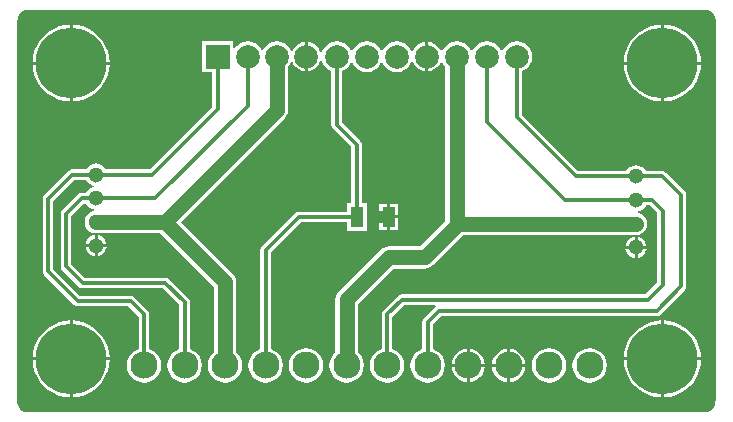
<source format=gtl>
G04 Layer_Physical_Order=1*
G04 Layer_Color=255*
%FSLAX25Y25*%
%MOIN*%
G70*
G01*
G75*
%ADD10R,0.04331X0.06693*%
%ADD11C,0.05118*%
%ADD12C,0.01181*%
%ADD13C,0.03937*%
%ADD14C,0.02362*%
%ADD15C,0.23622*%
%ADD16C,0.05118*%
%ADD17C,0.09055*%
%ADD18C,0.07874*%
%ADD19R,0.07874X0.07874*%
%ADD20C,0.03543*%
G36*
X231532Y135954D02*
X232016Y135890D01*
X232826Y135555D01*
X233521Y135021D01*
X234055Y134326D01*
X234390Y133517D01*
X234489Y132766D01*
Y5894D01*
X234457Y5535D01*
X234444Y5468D01*
X234447Y5416D01*
X234409Y4936D01*
X234345Y4451D01*
X234010Y3641D01*
X233476Y2946D01*
X232781Y2413D01*
X231972Y2077D01*
X231468Y2011D01*
X5029D01*
X4279Y2110D01*
X3469Y2445D01*
X2774Y2979D01*
X2241Y3674D01*
X1905Y4484D01*
X1806Y5234D01*
Y132056D01*
X1806Y132500D01*
X1804Y132552D01*
X1841Y133032D01*
X1905Y133516D01*
X2241Y134326D01*
X2774Y135021D01*
X3469Y135555D01*
X4279Y135890D01*
X5030Y135989D01*
X230556Y135989D01*
X231000Y135989D01*
X231052Y135992D01*
X231532Y135954D01*
D02*
G37*
%LPC*%
G36*
X88205Y125634D02*
X86869Y125458D01*
X85624Y124943D01*
X84555Y124122D01*
X83735Y123053D01*
X83613Y122759D01*
X83113D01*
X82991Y123053D01*
X82171Y124122D01*
X81101Y124943D01*
X79856Y125458D01*
X78520Y125634D01*
X77184Y125458D01*
X75939Y124943D01*
X74870Y124122D01*
X74138Y123169D01*
X73638Y123303D01*
Y125590D01*
X63402D01*
Y115354D01*
X66714D01*
Y103769D01*
X45865Y82919D01*
X31309D01*
X31276Y82999D01*
X30677Y83780D01*
X29895Y84380D01*
X28986Y84757D01*
X28009Y84885D01*
X27033Y84757D01*
X26123Y84380D01*
X25342Y83780D01*
X24742Y82999D01*
X24709Y82919D01*
X20113D01*
X19422Y82782D01*
X18836Y82390D01*
X10723Y74277D01*
X10331Y73691D01*
X10194Y73000D01*
Y49000D01*
X10331Y48309D01*
X10723Y47723D01*
X20723Y37723D01*
X21309Y37331D01*
X22000Y37194D01*
X38752D01*
X42194Y33752D01*
Y22931D01*
X41121Y22487D01*
X39928Y21572D01*
X39013Y20379D01*
X38438Y18990D01*
X38242Y17500D01*
X38438Y16010D01*
X39013Y14621D01*
X39928Y13429D01*
X41121Y12514D01*
X42510Y11938D01*
X44000Y11742D01*
X45490Y11938D01*
X46879Y12514D01*
X48072Y13429D01*
X48987Y14621D01*
X49562Y16010D01*
X49758Y17500D01*
X49562Y18990D01*
X48987Y20379D01*
X48072Y21572D01*
X46879Y22487D01*
X45806Y22931D01*
Y34500D01*
X45669Y35191D01*
X45277Y35777D01*
X40777Y40277D01*
X40191Y40669D01*
X39500Y40806D01*
X22748D01*
X13806Y49748D01*
Y72252D01*
X20861Y79307D01*
X24709D01*
X24742Y79227D01*
X25342Y78445D01*
X26123Y77846D01*
X27033Y77469D01*
X27344Y77428D01*
Y76924D01*
X27033Y76883D01*
X26123Y76506D01*
X25342Y75906D01*
X24742Y75125D01*
X24709Y75045D01*
X23239D01*
X22548Y74908D01*
X21961Y74516D01*
X16723Y69277D01*
X16331Y68691D01*
X16194Y68000D01*
Y50500D01*
X16331Y49809D01*
X16723Y49223D01*
X22223Y43723D01*
X22809Y43331D01*
X23500Y43194D01*
X50252D01*
X55694Y37752D01*
Y22931D01*
X54621Y22487D01*
X53429Y21572D01*
X52513Y20379D01*
X51938Y18990D01*
X51742Y17500D01*
X51938Y16010D01*
X52513Y14621D01*
X53429Y13429D01*
X54621Y12514D01*
X56010Y11938D01*
X57500Y11742D01*
X58990Y11938D01*
X60379Y12514D01*
X61572Y13429D01*
X62486Y14621D01*
X63062Y16010D01*
X63258Y17500D01*
X63062Y18990D01*
X62486Y20379D01*
X61572Y21572D01*
X60379Y22487D01*
X59306Y22931D01*
Y38500D01*
X59169Y39191D01*
X58777Y39777D01*
X52277Y46277D01*
X51691Y46669D01*
X51000Y46806D01*
X24248D01*
X19806Y51248D01*
Y67252D01*
X23987Y71433D01*
X24709D01*
X24742Y71353D01*
X25342Y70571D01*
X26123Y69972D01*
X27033Y69595D01*
X27344Y69554D01*
Y69050D01*
X27033Y69009D01*
X26123Y68632D01*
X25342Y68032D01*
X24742Y67251D01*
X24365Y66341D01*
X24237Y65365D01*
X24365Y64388D01*
X24742Y63479D01*
X25342Y62697D01*
X26123Y62098D01*
X27033Y61721D01*
X28009Y61592D01*
X49437D01*
X67228Y43802D01*
Y21801D01*
X66928Y21572D01*
X66013Y20379D01*
X65438Y18990D01*
X65242Y17500D01*
X65438Y16010D01*
X66013Y14621D01*
X66928Y13429D01*
X68121Y12514D01*
X69510Y11938D01*
X71000Y11742D01*
X72490Y11938D01*
X73879Y12514D01*
X75072Y13429D01*
X75986Y14621D01*
X76562Y16010D01*
X76758Y17500D01*
X76562Y18990D01*
X75986Y20379D01*
X75072Y21572D01*
X74772Y21801D01*
Y45365D01*
X74644Y46341D01*
X74267Y47251D01*
X73668Y48032D01*
X56335Y65365D01*
X90873Y99903D01*
X91472Y100684D01*
X91849Y101594D01*
X91978Y102570D01*
Y116981D01*
X92676Y117891D01*
X92954Y118562D01*
X93495D01*
X93735Y117982D01*
X94527Y116951D01*
X95558Y116159D01*
X96759Y115662D01*
X97548Y115558D01*
Y120472D01*
Y125386D01*
X96759Y125282D01*
X95558Y124785D01*
X94527Y123993D01*
X93735Y122962D01*
X93495Y122382D01*
X92954D01*
X92676Y123053D01*
X91856Y124122D01*
X90786Y124943D01*
X89541Y125458D01*
X88205Y125634D01*
D02*
G37*
G36*
X168205D02*
X166869Y125458D01*
X165624Y124943D01*
X164555Y124122D01*
X163735Y123053D01*
X163476Y122429D01*
X162935D01*
X162676Y123053D01*
X161856Y124122D01*
X160786Y124943D01*
X159541Y125458D01*
X158205Y125634D01*
X156869Y125458D01*
X155624Y124943D01*
X154555Y124122D01*
X153735Y123053D01*
X153476Y122429D01*
X152935D01*
X152676Y123053D01*
X151856Y124122D01*
X150786Y124943D01*
X149541Y125458D01*
X148205Y125634D01*
X146869Y125458D01*
X145624Y124943D01*
X144555Y124122D01*
X143735Y123053D01*
X143378Y122192D01*
X142837D01*
X142518Y122962D01*
X141727Y123993D01*
X140695Y124785D01*
X139494Y125282D01*
X138705Y125386D01*
Y120472D01*
Y115558D01*
X139494Y115662D01*
X140695Y116159D01*
X141727Y116951D01*
X142518Y117982D01*
X142837Y118752D01*
X143378D01*
X143735Y117891D01*
X144433Y116981D01*
Y65768D01*
X135937Y57272D01*
X125500D01*
X124524Y57144D01*
X123614Y56767D01*
X122833Y56168D01*
X108833Y42167D01*
X108233Y41386D01*
X107856Y40476D01*
X107728Y39500D01*
Y21801D01*
X107429Y21572D01*
X106514Y20379D01*
X105938Y18990D01*
X105742Y17500D01*
X105938Y16010D01*
X106514Y14621D01*
X107429Y13429D01*
X108621Y12514D01*
X110010Y11938D01*
X111500Y11742D01*
X112990Y11938D01*
X114379Y12514D01*
X115571Y13429D01*
X116487Y14621D01*
X117062Y16010D01*
X117258Y17500D01*
X117062Y18990D01*
X116487Y20379D01*
X115571Y21572D01*
X115272Y21801D01*
Y37937D01*
X127063Y49728D01*
X137500D01*
X138476Y49856D01*
X139386Y50233D01*
X140167Y50832D01*
X150324Y60989D01*
X207991D01*
X208967Y61117D01*
X209877Y61494D01*
X210658Y62094D01*
X211258Y62875D01*
X211635Y63785D01*
X211763Y64761D01*
X211635Y65737D01*
X211258Y66647D01*
X210658Y67429D01*
X209877Y68028D01*
X208967Y68405D01*
X208656Y68446D01*
Y68950D01*
X208967Y68991D01*
X209877Y69368D01*
X210658Y69968D01*
X211258Y70749D01*
X211291Y70829D01*
X212587D01*
X215150Y68266D01*
Y45226D01*
X211205Y41280D01*
X129974D01*
X129282Y41142D01*
X128696Y40751D01*
X123723Y35777D01*
X123331Y35191D01*
X123194Y34500D01*
Y22931D01*
X122121Y22487D01*
X120929Y21572D01*
X120013Y20379D01*
X119438Y18990D01*
X119242Y17500D01*
X119438Y16010D01*
X120013Y14621D01*
X120929Y13429D01*
X122121Y12514D01*
X123510Y11938D01*
X125000Y11742D01*
X126490Y11938D01*
X127879Y12514D01*
X129071Y13429D01*
X129987Y14621D01*
X130562Y16010D01*
X130758Y17500D01*
X130562Y18990D01*
X129987Y20379D01*
X129071Y21572D01*
X127879Y22487D01*
X126806Y22931D01*
Y33752D01*
X130722Y37667D01*
X141025D01*
X141177Y37167D01*
X140984Y37038D01*
X137223Y33277D01*
X136831Y32691D01*
X136694Y32000D01*
Y22931D01*
X135621Y22487D01*
X134429Y21572D01*
X133513Y20379D01*
X132938Y18990D01*
X132742Y17500D01*
X132938Y16010D01*
X133513Y14621D01*
X134429Y13429D01*
X135621Y12514D01*
X137010Y11938D01*
X138500Y11742D01*
X139990Y11938D01*
X141379Y12514D01*
X142571Y13429D01*
X143486Y14621D01*
X144062Y16010D01*
X144258Y17500D01*
X144062Y18990D01*
X143486Y20379D01*
X142571Y21572D01*
X141379Y22487D01*
X140306Y22931D01*
Y31252D01*
X143009Y33955D01*
X214869D01*
X215560Y34092D01*
X216146Y34484D01*
X224277Y42615D01*
X224669Y43201D01*
X224806Y43892D01*
Y74271D01*
X224669Y74962D01*
X224277Y75548D01*
X218039Y81787D01*
X217453Y82178D01*
X216761Y82316D01*
X211291D01*
X211258Y82395D01*
X210658Y83177D01*
X209877Y83776D01*
X208967Y84153D01*
X207991Y84282D01*
X207014Y84153D01*
X206105Y83776D01*
X205323Y83177D01*
X204724Y82395D01*
X204691Y82316D01*
X188725D01*
X170012Y101029D01*
Y115680D01*
X170786Y116001D01*
X171856Y116822D01*
X172676Y117891D01*
X173192Y119136D01*
X173368Y120472D01*
X173192Y121808D01*
X172676Y123053D01*
X171856Y124122D01*
X170786Y124943D01*
X169541Y125458D01*
X168205Y125634D01*
D02*
G37*
G36*
X128205D02*
X126869Y125458D01*
X125624Y124943D01*
X124555Y124122D01*
X123735Y123053D01*
X123476Y122429D01*
X122935D01*
X122676Y123053D01*
X121856Y124122D01*
X120786Y124943D01*
X119541Y125458D01*
X118205Y125634D01*
X116869Y125458D01*
X115624Y124943D01*
X114555Y124122D01*
X113735Y123053D01*
X113476Y122429D01*
X112935D01*
X112676Y123053D01*
X111856Y124122D01*
X110786Y124943D01*
X109541Y125458D01*
X108205Y125634D01*
X106869Y125458D01*
X105624Y124943D01*
X104555Y124122D01*
X103735Y123053D01*
X103299Y122002D01*
X102758D01*
X102360Y122962D01*
X101569Y123993D01*
X100538Y124785D01*
X99337Y125282D01*
X98548Y125386D01*
Y120472D01*
Y115558D01*
X99337Y115662D01*
X100538Y116159D01*
X101569Y116951D01*
X102360Y117982D01*
X102758Y118942D01*
X103299D01*
X103735Y117891D01*
X104555Y116822D01*
X105624Y116001D01*
X106399Y115680D01*
Y97795D01*
X106536Y97103D01*
X106928Y96517D01*
X113064Y90382D01*
Y71527D01*
X111524D01*
Y68806D01*
X95500D01*
X94809Y68669D01*
X94223Y68277D01*
X83223Y57277D01*
X82831Y56691D01*
X82694Y56000D01*
Y22931D01*
X81621Y22487D01*
X80428Y21572D01*
X79514Y20379D01*
X78938Y18990D01*
X78742Y17500D01*
X78938Y16010D01*
X79514Y14621D01*
X80428Y13429D01*
X81621Y12514D01*
X83010Y11938D01*
X84500Y11742D01*
X85990Y11938D01*
X87379Y12514D01*
X88572Y13429D01*
X89486Y14621D01*
X90062Y16010D01*
X90258Y17500D01*
X90062Y18990D01*
X89486Y20379D01*
X88572Y21572D01*
X87379Y22487D01*
X86306Y22931D01*
Y55252D01*
X96248Y65194D01*
X111524D01*
Y62472D01*
X118217D01*
Y71527D01*
X116676D01*
Y91130D01*
X116539Y91821D01*
X116147Y92407D01*
X110012Y98543D01*
Y115680D01*
X110786Y116001D01*
X111856Y116822D01*
X112676Y117891D01*
X112935Y118516D01*
X113476D01*
X113735Y117891D01*
X114555Y116822D01*
X115624Y116001D01*
X116869Y115486D01*
X118205Y115310D01*
X119541Y115486D01*
X120786Y116001D01*
X121856Y116822D01*
X122676Y117891D01*
X122935Y118516D01*
X123476D01*
X123735Y117891D01*
X124555Y116822D01*
X125624Y116001D01*
X126869Y115486D01*
X128205Y115310D01*
X129541Y115486D01*
X130787Y116001D01*
X131856Y116822D01*
X132676Y117891D01*
X133033Y118752D01*
X133574D01*
X133893Y117982D01*
X134684Y116951D01*
X135715Y116159D01*
X136916Y115662D01*
X137705Y115558D01*
Y120472D01*
Y125386D01*
X136916Y125282D01*
X135715Y124785D01*
X134684Y123993D01*
X133893Y122962D01*
X133574Y122192D01*
X133033D01*
X132676Y123053D01*
X131856Y124122D01*
X130787Y124943D01*
X129541Y125458D01*
X128205Y125634D01*
D02*
G37*
G36*
X217315Y131126D02*
Y118815D01*
X229626D01*
X229507Y120325D01*
X229037Y122286D01*
X228265Y124149D01*
X227211Y125868D01*
X225902Y127402D01*
X224368Y128711D01*
X222649Y129765D01*
X220786Y130537D01*
X218825Y131007D01*
X217315Y131126D01*
D02*
G37*
G36*
X216315D02*
X214805Y131007D01*
X212844Y130537D01*
X210981Y129765D01*
X209261Y128711D01*
X207728Y127402D01*
X206419Y125868D01*
X205365Y124149D01*
X204593Y122286D01*
X204122Y120325D01*
X204004Y118815D01*
X216315D01*
Y131126D01*
D02*
G37*
G36*
X20185D02*
Y118815D01*
X32496D01*
X32377Y120325D01*
X31907Y122286D01*
X31135Y124149D01*
X30081Y125868D01*
X28772Y127402D01*
X27239Y128711D01*
X25519Y129765D01*
X23656Y130537D01*
X21695Y131007D01*
X20185Y131126D01*
D02*
G37*
G36*
X19185D02*
X17675Y131007D01*
X15714Y130537D01*
X13851Y129765D01*
X12132Y128711D01*
X10598Y127402D01*
X9289Y125868D01*
X8235Y124149D01*
X7463Y122286D01*
X6993Y120325D01*
X6874Y118815D01*
X19185D01*
Y131126D01*
D02*
G37*
G36*
X229626Y117815D02*
X217315D01*
Y105504D01*
X218825Y105622D01*
X220786Y106093D01*
X222649Y106865D01*
X224368Y107919D01*
X225902Y109228D01*
X227211Y110762D01*
X228265Y112481D01*
X229037Y114344D01*
X229507Y116305D01*
X229626Y117815D01*
D02*
G37*
G36*
X216315D02*
X204004D01*
X204122Y116305D01*
X204593Y114344D01*
X205365Y112481D01*
X206419Y110762D01*
X207728Y109228D01*
X209261Y107919D01*
X210981Y106865D01*
X212844Y106093D01*
X214805Y105622D01*
X216315Y105504D01*
Y117815D01*
D02*
G37*
G36*
X32496D02*
X20185D01*
Y105504D01*
X21695Y105622D01*
X23656Y106093D01*
X25519Y106865D01*
X27239Y107919D01*
X28772Y109228D01*
X30081Y110762D01*
X31135Y112481D01*
X31907Y114344D01*
X32377Y116305D01*
X32496Y117815D01*
D02*
G37*
G36*
X19185D02*
X6874D01*
X6993Y116305D01*
X7463Y114344D01*
X8235Y112481D01*
X9289Y110762D01*
X10598Y109228D01*
X12132Y107919D01*
X13851Y106865D01*
X15714Y106093D01*
X17675Y105622D01*
X19185Y105504D01*
Y117815D01*
D02*
G37*
G36*
X128665Y71346D02*
X126000D01*
Y67500D01*
X128665D01*
Y71346D01*
D02*
G37*
G36*
X125000D02*
X122335D01*
Y67500D01*
X125000D01*
Y71346D01*
D02*
G37*
G36*
X128665Y66500D02*
X126000D01*
Y62653D01*
X128665D01*
Y66500D01*
D02*
G37*
G36*
X125000D02*
X122335D01*
Y62653D01*
X125000D01*
Y66500D01*
D02*
G37*
G36*
X28509Y61015D02*
Y57991D01*
X31533D01*
X31477Y58420D01*
X31118Y59286D01*
X30548Y60029D01*
X29804Y60600D01*
X28938Y60958D01*
X28509Y61015D01*
D02*
G37*
G36*
X27509D02*
X27080Y60958D01*
X26214Y60600D01*
X25471Y60029D01*
X24900Y59286D01*
X24542Y58420D01*
X24485Y57991D01*
X27509D01*
Y61015D01*
D02*
G37*
G36*
X208491Y60411D02*
Y57387D01*
X211515D01*
X211458Y57816D01*
X211100Y58682D01*
X210529Y59425D01*
X209786Y59996D01*
X208920Y60355D01*
X208491Y60411D01*
D02*
G37*
G36*
X207491D02*
X207062Y60355D01*
X206196Y59996D01*
X205452Y59425D01*
X204882Y58682D01*
X204523Y57816D01*
X204467Y57387D01*
X207491D01*
Y60411D01*
D02*
G37*
G36*
X31533Y56991D02*
X28509D01*
Y53967D01*
X28938Y54023D01*
X29804Y54382D01*
X30548Y54952D01*
X31118Y55696D01*
X31477Y56562D01*
X31533Y56991D01*
D02*
G37*
G36*
X27509D02*
X24485D01*
X24542Y56562D01*
X24900Y55696D01*
X25471Y54952D01*
X26214Y54382D01*
X27080Y54023D01*
X27509Y53967D01*
Y56991D01*
D02*
G37*
G36*
X211515Y56387D02*
X208491D01*
Y53363D01*
X208920Y53420D01*
X209786Y53778D01*
X210529Y54349D01*
X211100Y55092D01*
X211458Y55958D01*
X211515Y56387D01*
D02*
G37*
G36*
X207491D02*
X204467D01*
X204523Y55958D01*
X204882Y55092D01*
X205452Y54349D01*
X206196Y53778D01*
X207062Y53420D01*
X207491Y53363D01*
Y56387D01*
D02*
G37*
G36*
X217315Y32496D02*
Y20185D01*
X229626D01*
X229507Y21695D01*
X229037Y23656D01*
X228265Y25519D01*
X227211Y27239D01*
X225902Y28772D01*
X224368Y30081D01*
X222649Y31135D01*
X220786Y31907D01*
X218825Y32377D01*
X217315Y32496D01*
D02*
G37*
G36*
X216315D02*
X214805Y32377D01*
X212844Y31907D01*
X210981Y31135D01*
X209261Y30081D01*
X207728Y28772D01*
X206419Y27239D01*
X205365Y25519D01*
X204593Y23656D01*
X204122Y21695D01*
X204004Y20185D01*
X216315D01*
Y32496D01*
D02*
G37*
G36*
X20185D02*
Y20185D01*
X32496D01*
X32377Y21695D01*
X31907Y23656D01*
X31135Y25519D01*
X30081Y27239D01*
X28772Y28772D01*
X27239Y30081D01*
X25519Y31135D01*
X23656Y31907D01*
X21695Y32377D01*
X20185Y32496D01*
D02*
G37*
G36*
X19185D02*
X17675Y32377D01*
X15714Y31907D01*
X13851Y31135D01*
X12132Y30081D01*
X10598Y28772D01*
X9289Y27239D01*
X8235Y25519D01*
X7463Y23656D01*
X6993Y21695D01*
X6874Y20185D01*
X19185D01*
Y32496D01*
D02*
G37*
G36*
X166000Y23009D02*
Y18000D01*
X171009D01*
X170885Y18943D01*
X170328Y20288D01*
X169442Y21442D01*
X168288Y22328D01*
X166943Y22885D01*
X166000Y23009D01*
D02*
G37*
G36*
X165000D02*
X164057Y22885D01*
X162712Y22328D01*
X161558Y21442D01*
X160672Y20288D01*
X160115Y18943D01*
X159991Y18000D01*
X165000D01*
Y23009D01*
D02*
G37*
G36*
X152500D02*
Y18000D01*
X157509D01*
X157385Y18943D01*
X156828Y20288D01*
X155942Y21442D01*
X154788Y22328D01*
X153443Y22885D01*
X152500Y23009D01*
D02*
G37*
G36*
X151500D02*
X150557Y22885D01*
X149212Y22328D01*
X148058Y21442D01*
X147172Y20288D01*
X146615Y18943D01*
X146491Y18000D01*
X151500D01*
Y23009D01*
D02*
G37*
G36*
X171009Y17000D02*
X166000D01*
Y11991D01*
X166943Y12115D01*
X168288Y12672D01*
X169442Y13558D01*
X170328Y14712D01*
X170885Y16057D01*
X171009Y17000D01*
D02*
G37*
G36*
X165000D02*
X159991D01*
X160115Y16057D01*
X160672Y14712D01*
X161558Y13558D01*
X162712Y12672D01*
X164057Y12115D01*
X165000Y11991D01*
Y17000D01*
D02*
G37*
G36*
X157509D02*
X152500D01*
Y11991D01*
X153443Y12115D01*
X154788Y12672D01*
X155942Y13558D01*
X156828Y14712D01*
X157385Y16057D01*
X157509Y17000D01*
D02*
G37*
G36*
X151500D02*
X146491D01*
X146615Y16057D01*
X147172Y14712D01*
X148058Y13558D01*
X149212Y12672D01*
X150557Y12115D01*
X151500Y11991D01*
Y17000D01*
D02*
G37*
G36*
X192500Y23258D02*
X191010Y23062D01*
X189621Y22487D01*
X188428Y21572D01*
X187513Y20379D01*
X186938Y18990D01*
X186742Y17500D01*
X186938Y16010D01*
X187513Y14621D01*
X188428Y13429D01*
X189621Y12514D01*
X191010Y11938D01*
X192500Y11742D01*
X193990Y11938D01*
X195379Y12514D01*
X196572Y13429D01*
X197486Y14621D01*
X198062Y16010D01*
X198258Y17500D01*
X198062Y18990D01*
X197486Y20379D01*
X196572Y21572D01*
X195379Y22487D01*
X193990Y23062D01*
X192500Y23258D01*
D02*
G37*
G36*
X179000D02*
X177510Y23062D01*
X176121Y22487D01*
X174928Y21572D01*
X174013Y20379D01*
X173438Y18990D01*
X173242Y17500D01*
X173438Y16010D01*
X174013Y14621D01*
X174928Y13429D01*
X176121Y12514D01*
X177510Y11938D01*
X179000Y11742D01*
X180490Y11938D01*
X181879Y12514D01*
X183071Y13429D01*
X183986Y14621D01*
X184562Y16010D01*
X184758Y17500D01*
X184562Y18990D01*
X183986Y20379D01*
X183071Y21572D01*
X181879Y22487D01*
X180490Y23062D01*
X179000Y23258D01*
D02*
G37*
G36*
X98000D02*
X96510Y23062D01*
X95121Y22487D01*
X93928Y21572D01*
X93014Y20379D01*
X92438Y18990D01*
X92242Y17500D01*
X92438Y16010D01*
X93014Y14621D01*
X93928Y13429D01*
X95121Y12514D01*
X96510Y11938D01*
X98000Y11742D01*
X99490Y11938D01*
X100879Y12514D01*
X102071Y13429D01*
X102987Y14621D01*
X103562Y16010D01*
X103758Y17500D01*
X103562Y18990D01*
X102987Y20379D01*
X102071Y21572D01*
X100879Y22487D01*
X99490Y23062D01*
X98000Y23258D01*
D02*
G37*
G36*
X229626Y19185D02*
X217315D01*
Y6874D01*
X218825Y6993D01*
X220786Y7463D01*
X222649Y8235D01*
X224368Y9289D01*
X225902Y10598D01*
X227211Y12132D01*
X228265Y13851D01*
X229037Y15714D01*
X229507Y17675D01*
X229626Y19185D01*
D02*
G37*
G36*
X216315D02*
X204004D01*
X204122Y17675D01*
X204593Y15714D01*
X205365Y13851D01*
X206419Y12132D01*
X207728Y10598D01*
X209261Y9289D01*
X210981Y8235D01*
X212844Y7463D01*
X214805Y6993D01*
X216315Y6874D01*
Y19185D01*
D02*
G37*
G36*
X32496D02*
X20185D01*
Y6874D01*
X21695Y6993D01*
X23656Y7463D01*
X25519Y8235D01*
X27239Y9289D01*
X28772Y10598D01*
X30081Y12132D01*
X31135Y13851D01*
X31907Y15714D01*
X32377Y17675D01*
X32496Y19185D01*
D02*
G37*
G36*
X19185D02*
X6874D01*
X6993Y17675D01*
X7463Y15714D01*
X8235Y13851D01*
X9289Y12132D01*
X10598Y10598D01*
X12132Y9289D01*
X13851Y8235D01*
X15714Y7463D01*
X17675Y6993D01*
X19185Y6874D01*
Y19185D01*
D02*
G37*
%LPD*%
D10*
X114870Y67000D02*
D03*
X125500D02*
D03*
D11*
X88205Y102570D02*
Y120472D01*
X51000Y65365D02*
X88205Y102570D01*
X51000Y65365D02*
X71000Y45365D01*
X28009Y65365D02*
X51000D01*
X71000Y17500D02*
Y45365D01*
X148205Y64761D02*
Y120472D01*
Y64761D02*
X207991D01*
X111500Y17500D02*
Y39500D01*
X125500Y53500D01*
X137500D02*
X148205Y64205D01*
X125500Y53500D02*
X137500D01*
D12*
X44000Y17500D02*
Y34500D01*
X39500Y39000D02*
X44000Y34500D01*
X22000Y39000D02*
X39500D01*
X12000Y49000D02*
X22000Y39000D01*
X57500Y17500D02*
Y38500D01*
X51000Y45000D02*
X57500Y38500D01*
X23500Y45000D02*
X51000D01*
X18000Y50500D02*
X23500Y45000D01*
X95500Y67000D02*
X114870D01*
X84500Y56000D02*
X95500Y67000D01*
X84500Y17500D02*
Y56000D01*
X129974Y39474D02*
X211953D01*
X125000Y34500D02*
X129974Y39474D01*
X125000Y17500D02*
Y34500D01*
X138500Y17500D02*
Y32000D01*
X142261Y35761D02*
X214869D01*
X138500Y32000D02*
X142261Y35761D01*
X108205Y97795D02*
Y120472D01*
X168205Y100281D02*
Y120472D01*
Y100281D02*
X187977Y80509D01*
X207991D01*
X158205Y98582D02*
Y120472D01*
Y98582D02*
X184152Y72635D01*
X207991D01*
Y80509D02*
X216761D01*
X211953Y39474D02*
X216957Y44478D01*
Y69014D01*
X213336Y72635D02*
X216957Y69014D01*
X207991Y72635D02*
X213336D01*
X28009Y73239D02*
X47739D01*
X78520Y104020D01*
Y120472D01*
X28009Y81113D02*
X46613D01*
X68520Y103020D01*
Y120472D01*
X23239Y73239D02*
X28009D01*
X18000Y68000D02*
X23239Y73239D01*
X12000Y73000D02*
X20113Y81113D01*
X28009D01*
X18000Y50500D02*
Y68000D01*
X12000Y49000D02*
Y73000D01*
X214869Y35761D02*
X223000Y43892D01*
Y74271D01*
X216761Y80509D02*
X223000Y74271D01*
X108205Y97795D02*
X114870Y91130D01*
Y67000D02*
Y91130D01*
D13*
X125415Y66914D02*
X125500Y67000D01*
X125329D02*
X125415Y66914D01*
X121500Y67000D02*
X125329D01*
D14*
X12975Y13232D02*
D03*
X10490Y19750D02*
D03*
X13127Y26141D02*
D03*
X19671Y28830D02*
D03*
X26112Y26294D02*
D03*
X28824Y19651D02*
D03*
X26112Y13283D02*
D03*
X19673Y10551D02*
D03*
X210105Y13232D02*
D03*
X207620Y19750D02*
D03*
X210257Y26141D02*
D03*
X216800Y28830D02*
D03*
X223242Y26294D02*
D03*
X225954Y19651D02*
D03*
X223242Y13283D02*
D03*
X216803Y10551D02*
D03*
X210105Y111862D02*
D03*
X207620Y118380D02*
D03*
X210257Y124771D02*
D03*
X216800Y127460D02*
D03*
X223242Y124923D02*
D03*
X225954Y118281D02*
D03*
X223242Y111913D02*
D03*
X216803Y109180D02*
D03*
X19673D02*
D03*
X26112Y111913D02*
D03*
X28824Y118281D02*
D03*
X26112Y124923D02*
D03*
X19671Y127460D02*
D03*
X13127Y124771D02*
D03*
X10490Y118380D02*
D03*
X12975Y111862D02*
D03*
D15*
X19685Y19685D02*
D03*
X216815D02*
D03*
Y118315D02*
D03*
X19685D02*
D03*
D16*
X28009Y81113D02*
D03*
Y73239D02*
D03*
Y57491D02*
D03*
Y65365D02*
D03*
X207991Y56887D02*
D03*
Y64761D02*
D03*
Y80509D02*
D03*
Y72635D02*
D03*
D17*
X44000Y17500D02*
D03*
X57500D02*
D03*
X71000D02*
D03*
X84500D02*
D03*
X98000D02*
D03*
X111500D02*
D03*
X125000D02*
D03*
X138500D02*
D03*
X152000D02*
D03*
X165500D02*
D03*
X179000D02*
D03*
X192500D02*
D03*
D18*
X158205Y120472D02*
D03*
X148205D02*
D03*
X138205D02*
D03*
X128205D02*
D03*
X78520D02*
D03*
X88205D02*
D03*
X98048D02*
D03*
X108205D02*
D03*
X118205D02*
D03*
X168205D02*
D03*
D19*
X68520D02*
D03*
D20*
X121500Y67000D02*
D03*
M02*

</source>
